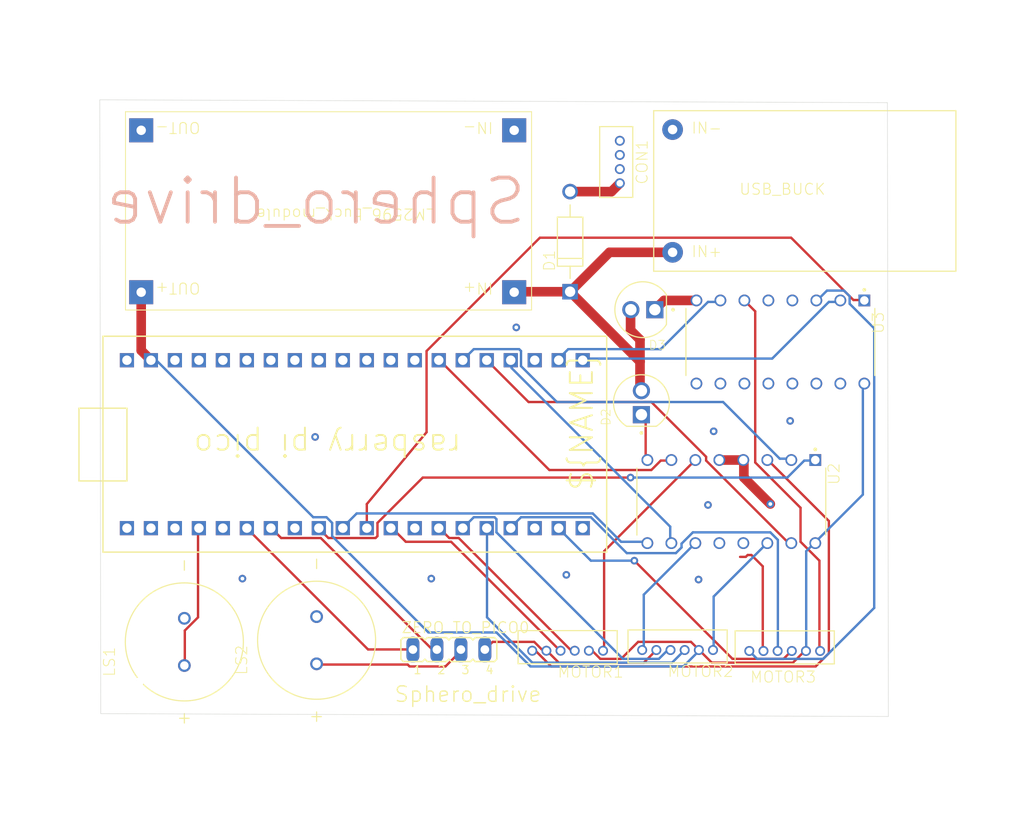
<source format=kicad_pcb>
(kicad_pcb (version 20241229) (generator "pcbnew") (generator_version "9.0")
  (layers (0 "F.Cu" signal) (2 "B.Cu" signal) (13 "F.Paste" user) (15 "B.Paste" user) (5 "F.SilkS" user "F.Silkscreen") (7 "B.SilkS" user "B.Silkscreen") (1 "F.Mask" user) (3 "B.Mask" user) (25 "Edge.Cuts" user))
  (net 0 "")
  (net 1 "BAT+")
  (net 2 "GND")
  (net 3 "5V")
  (net 4 "M11")
  (net 5 "ENCA1")
  (net 6 "ENCB1")
  (net 7 "M12")
  (net 8 "M21")
  (net 9 "ENCA2")
  (net 10 "ENCB2")
  (net 11 "M22")
  (net 12 "M31")
  (net 13 "ENCA3")
  (net 14 "ENCB3")
  (net 15 "M32")
  (net 16 "N$1")
  (net 17 "N$2")
  (net 18 "PWM1")
  (net 19 "PWM2")
  (net 20 "IN11")
  (net 21 "IN12")
  (net 22 "IN21")
  (net 23 "IN22")
  (net 24 "PWM3")
  (net 25 "IN31")
  (net 26 "IN32")
  (net 27 "N$21")
  (net 28 "BUZZ_1")
  (net 29 "BUZZ_2")
  (net 30 "UART_TX")
  (net 31 "UART_RX")
  (footprint "JP4_252" (layer "F.Cu") (at 143.7131 130.5676)
    (property "Reference" "ZERO_TO_PICO0" (at -5.08 -1.651 0) (layer "F.SilkS") (effects (font (size 1.1557 1.1557) (thickness 0.1143)) (justify left bottom)))
    (property "Value" "")
    (fp_line (start -5.08 -1.016) (end -4.826 -1.27) (stroke (width 0.1524)) (layer "F.SilkS"))
    (fp_line (start -5.08 1.016) (end -5.08 -1.016) (stroke (width 0.1524)) (layer "F.SilkS"))
    (fp_line (start -5.08 1.016) (end -4.826 1.27) (stroke (width 0.1524)) (layer "F.SilkS"))
    (fp_line (start -2.794 -1.27) (end -4.826 -1.27) (stroke (width 0.1524)) (layer "F.SilkS"))
    (fp_line (start -2.794 -1.27) (end -2.54 -1.016) (stroke (width 0.1524)) (layer "F.SilkS"))
    (fp_line (start -2.794 1.27) (end -4.826 1.27) (stroke (width 0.1524)) (layer "F.SilkS"))
    (fp_line (start -2.794 1.27) (end -2.54 1.016) (stroke (width 0.1524)) (layer "F.SilkS"))
    (fp_line (start -2.54 -1.016) (end -2.286 -1.27) (stroke (width 0.1524)) (layer "F.SilkS"))
    (fp_line (start -2.54 1.016) (end -2.286 1.27) (stroke (width 0.1524)) (layer "F.SilkS"))
    (fp_line (start -0.254 -1.27) (end -2.286 -1.27) (stroke (width 0.1524)) (layer "F.SilkS"))
    (fp_line (start -0.254 -1.27) (end 0 -1.016) (stroke (width 0.1524)) (layer "F.SilkS"))
    (fp_line (start -0.254 1.27) (end -2.286 1.27) (stroke (width 0.1524)) (layer "F.SilkS"))
    (fp_line (start -0.254 1.27) (end 0 1.016) (stroke (width 0.1524)) (layer "F.SilkS"))
    (fp_line (start 0 -1.016) (end 0.254 -1.27) (stroke (width 0.1524)) (layer "F.SilkS"))
    (fp_line (start 0 1.016) (end 0.254 1.27) (stroke (width 0.1524)) (layer "F.SilkS"))
    (fp_line (start 2.286 -1.27) (end 0.254 -1.27) (stroke (width 0.1524)) (layer "F.SilkS"))
    (fp_line (start 2.286 -1.27) (end 2.54 -1.016) (stroke (width 0.1524)) (layer "F.SilkS"))
    (fp_line (start 2.286 1.27) (end 0.254 1.27) (stroke (width 0.1524)) (layer "F.SilkS"))
    (fp_line (start 2.286 1.27) (end 2.54 1.016) (stroke (width 0.1524)) (layer "F.SilkS"))
    (fp_line (start 2.54 -1.016) (end 2.794 -1.27) (stroke (width 0.1524)) (layer "F.SilkS"))
    (fp_line (start 2.54 1.016) (end 2.794 1.27) (stroke (width 0.1524)) (layer "F.SilkS"))
    (fp_line (start 4.826 -1.27) (end 2.794 -1.27) (stroke (width 0.1524)) (layer "F.SilkS"))
    (fp_line (start 4.826 -1.27) (end 5.08 -1.016) (stroke (width 0.1524)) (layer "F.SilkS"))
    (fp_line (start 4.826 1.27) (end 2.794 1.27) (stroke (width 0.1524)) (layer "F.SilkS"))
    (fp_line (start 4.826 1.27) (end 5.08 1.016) (stroke (width 0.1524)) (layer "F.SilkS"))
    (fp_line (start 5.08 -1.016) (end 5.08 1.016) (stroke (width 0.1524)) (layer "F.SilkS"))
    (fp_text user "4" (at 3.81 2.667 0) (layer "F.SilkS") (effects (font (size 0.871728 0.871728) (thickness 0.118872)) (justify left bottom)))
    (fp_text user "2" (at -1.27 2.667 0) (layer "F.SilkS") (effects (font (size 0.871728 0.871728) (thickness 0.118872)) (justify left bottom)))
    (fp_text user "1" (at -3.81 2.667 0) (layer "F.SilkS") (effects (font (size 0.871728 0.871728) (thickness 0.118872)) (justify left bottom)))
    (fp_text user "3" (at 1.27 2.667 0) (layer "F.SilkS") (effects (font (size 0.871728 0.871728) (thickness 0.118872)) (justify left bottom)))
    (pad "1" thru_hole oval (at -3.81 0 90) (size 2.7432 1.3716) (drill 0.9144) (layers "*.Cu" "*.Mask") (net 30 "UART_TX"))
    (pad "2" thru_hole oval (at -1.27 0 90) (size 2.7432 1.3716) (drill 0.9144) (layers "*.Cu" "*.Mask") (net 31 "UART_RX"))
    (pad "3" thru_hole oval (at 1.27 0 90) (size 2.7432 1.3716) (drill 0.9144) (layers "*.Cu" "*.Mask") (net 29 "BUZZ_2"))
    (pad "4" thru_hole oval (at 3.81 0 90) (size 2.7432 1.3716) (drill 0.9144) (layers "*.Cu" "*.Mask") (net 2 "GND"))
  )
  (footprint "dummyfp2" (layer "F.Cu") (at 186.5511 134.5536)
    (property "Reference" "UNK_HOLE_2" (hide yes))
    (property "Value" "")
    (pad "" np_thru_hole circle (at 0 0) (size 1 1) (drill 1) (layers "*.Cu" "*.Mask"))
  )
  (footprint "DIP880W50P254L2000H510Q16" (layer "F.Cu") (at 173.6231 114.8966 -90)
    (property "Reference" "U2" (at -4.175 -10.177 90) (layer "F.SilkS") (effects (font (size 1.176528 1.176528) (thickness 0.093472)) (justify right top)))
    (property "Value" "L293D")
    (fp_line (start -3.55 10) (end 3.55 10) (stroke (width 0.127)) (layer "F.SilkS"))
    (fp_line (start -3.55 -10) (end 3.55 -10) (stroke (width 0.127)) (layer "F.SilkS"))
    (fp_circle (center -5.525 -8.89) (end -5.425 -8.89) (stroke (width 0.2)) (fill no) (layer "F.SilkS"))
    (pad "1" thru_hole rect (at -4.4 -8.89 270) (size 1.25 1.25) (drill 0.9) (layers "*.Cu" "*.Mask") (net 18 "PWM1"))
    (pad "2" thru_hole circle (at -4.4 -6.35 270) (size 1.25 1.25) (drill 0.9) (layers "*.Cu" "*.Mask") (net 20 "IN11"))
    (pad "3" thru_hole circle (at -4.4 -3.81 270) (size 1.25 1.25) (drill 0.9) (layers "*.Cu" "*.Mask") (net 4 "M11"))
    (pad "4" thru_hole circle (at -4.4 -1.27 270) (size 1.25 1.25) (drill 0.9) (layers "*.Cu" "*.Mask") (net 2 "GND"))
    (pad "5" thru_hole circle (at -4.4 1.27 270) (size 1.25 1.25) (drill 0.9) (layers "*.Cu" "*.Mask") (net 2 "GND"))
    (pad "6" thru_hole circle (at -4.4 3.81 270) (size 1.25 1.25) (drill 0.9) (layers "*.Cu" "*.Mask") (net 7 "M12"))
    (pad "7" thru_hole circle (at -4.4 6.35 270) (size 1.25 1.25) (drill 0.9) (layers "*.Cu" "*.Mask") (net 21 "IN12"))
    (pad "8" thru_hole circle (at -4.4 8.89 270) (size 1.25 1.25) (drill 0.9) (layers "*.Cu" "*.Mask") (net 17 "N$2"))
    (pad "9" thru_hole circle (at 4.4 8.89 270) (size 1.25 1.25) (drill 0.9) (layers "*.Cu" "*.Mask") (net 19 "PWM2"))
    (pad "10" thru_hole circle (at 4.4 6.35 270) (size 1.25 1.25) (drill 0.9) (layers "*.Cu" "*.Mask") (net 22 "IN21"))
    (pad "11" thru_hole circle (at 4.4 3.81 270) (size 1.25 1.25) (drill 0.9) (layers "*.Cu" "*.Mask") (net 8 "M21"))
    (pad "12" thru_hole circle (at 4.4 1.27 270) (size 1.25 1.25) (drill 0.9) (layers "*.Cu" "*.Mask") (net 2 "GND"))
    (pad "13" thru_hole circle (at 4.4 -1.27 270) (size 1.25 1.25) (drill 0.9) (layers "*.Cu" "*.Mask") (net 2 "GND"))
    (pad "14" thru_hole circle (at 4.4 -3.81 270) (size 1.25 1.25) (drill 0.9) (layers "*.Cu" "*.Mask") (net 11 "M22"))
    (pad "15" thru_hole circle (at 4.4 -6.35 270) (size 1.25 1.25) (drill 0.9) (layers "*.Cu" "*.Mask") (net 23 "IN22"))
    (pad "16" thru_hole circle (at 4.4 -8.89 270) (size 1.25 1.25) (drill 0.9) (layers "*.Cu" "*.Mask") (net 3 "5V"))
  )
  (footprint "B4B-ZR" (layer "F.Cu") (at 163.1141 75.1906 -90)
    (property "Reference" "CON1" (at 1.32 -0.37 90) (layer "F.SilkS") (effects (font (size 1.176528 1.176528) (thickness 0.093472)) (justify right top)))
    (property "Value" "B4B-ZR")
    (fp_line (start 0 3.43) (end 0 -0.07) (stroke (width 0.127)) (layer "F.SilkS"))
    (fp_line (start 7.5 3.43) (end 0 3.43) (stroke (width 0.127)) (layer "F.SilkS"))
    (fp_line (start 0 -0.07) (end 7.5 -0.07) (stroke (width 0.127)) (layer "F.SilkS"))
    (fp_line (start 7.5 -0.07) (end 7.5 3.43) (stroke (width 0.127)) (layer "F.SilkS"))
    (pad "1" thru_hole circle (at 6 1.3 270) (size 1.05 1.05) (drill 0.7) (layers "*.Cu" "*.Mask") (net 16 "N$1"))
    (pad "2" thru_hole circle (at 4.5 1.3 270) (size 1.05 1.05) (drill 0.7) (layers "*.Cu" "*.Mask"))
    (pad "3" thru_hole circle (at 3 1.3 270) (size 1.05 1.05) (drill 0.7) (layers "*.Cu" "*.Mask"))
    (pad "4" thru_hole circle (at 1.5 1.3 270) (size 1.05 1.05) (drill 0.7) (layers "*.Cu" "*.Mask") (net 2 "GND"))
  )
  (footprint "USB_BUCK" (layer "F.Cu") (at 165.4031 90.5046)
    (property "Reference" "U$1" (hide yes))
    (property "Value" "USB_BUCK" (hide yes))
    (fp_line (start 0 -17) (end 32 -17) (stroke (width 0.127)) (layer "F.SilkS"))
    (fp_line (start 0 0) (end 0 -17) (stroke (width 0.127)) (layer "F.SilkS"))
    (fp_line (start 32 -17) (end 32 0) (stroke (width 0.127)) (layer "F.SilkS"))
    (fp_line (start 32 0) (end 0 0) (stroke (width 0.127)) (layer "F.SilkS"))
    (fp_text user "USB_BUCK" (at 9 -8 0) (layer "F.SilkS") (effects (font (size 1.1684 1.1684) (thickness 0.1016)) (justify left bottom)))
    (fp_text user "IN+" (at 3.937 -1.397 0) (layer "F.SilkS") (effects (font (size 1.1684 1.1684) (thickness 0.1016)) (justify left bottom)))
    (fp_text user "IN-" (at 3.937 -14.478 0) (layer "F.SilkS") (effects (font (size 1.1684 1.1684) (thickness 0.1016)) (justify left bottom)))
    (pad "IN+" thru_hole circle (at 2 -2) (size 2.1844 2.1844) (drill 1) (layers "*.Cu" "*.Mask") (net 1 "BAT+"))
    (pad "IN-" thru_hole circle (at 2 -15) (size 2.1844 2.1844) (drill 1) (layers "*.Cu" "*.Mask") (net 2 "GND"))
  )
  (footprint "LEDRD254W57D500H1070" (layer "F.Cu") (at 164.2521 94.5756 180)
    (property "Reference" "D3" (at -2.5 -3.2 0) (layer "F.SilkS") (effects (font (size 0.941222 0.941222) (thickness 0.074778)) (justify right top)))
    (property "Value" "L08R5000Q1")
    (fp_line (start -2.5 -1.566) (end -2.5 1.566) (stroke (width 0.127)) (layer "F.SilkS"))
    (fp_arc (start -2.5 -1.566) (mid 2.961289 0) (end -2.5 1.565999) (stroke (width 0.127)) (layer "F.SilkS"))
    (fp_circle (center -3.2 0) (end -3.1 0) (stroke (width 0.2)) (fill no) (layer "F.SilkS"))
    (pad "A" thru_hole circle (at 1.27 0 180) (size 1.815 1.815) (drill 1.21) (layers "*.Cu" "*.Mask") (net 1 "BAT+"))
    (pad "C" thru_hole rect (at -1.27 0 180) (size 1.815 1.815) (drill 1.21) (layers "*.Cu" "*.Mask") (net 27 "N$21"))
  )
  (footprint "dummyfp3" (layer "F.Cu") (at 110.8511 134.0536)
    (property "Reference" "UNK_HOLE_3" (hide yes))
    (property "Value" "")
    (pad "" np_thru_hole circle (at 0 0) (size 1 1) (drill 1) (layers "*.Cu" "*.Mask"))
  )
  (footprint "dummyfp1" (layer "F.Cu") (at 133.2511 106.4536)
    (property "Reference" "UNK_HOLE_1" (hide yes))
    (property "Value" "")
    (pad "" np_thru_hole circle (at 0 0) (size 1 1) (drill 1) (layers "*.Cu" "*.Mask"))
  )
  (footprint "B6B-ZR" (layer "F.Cu") (at 161.5391 131.9896 180)
    (property "Reference" "MOTOR1" (at -0.75 -0.27 0) (layer "F.SilkS") (effects (font (size 1.176528 1.176528) (thickness 0.093472)) (justify right top)))
    (property "Value" "B6B-ZR")
    (fp_line (start 10.5 3.43) (end 0 3.43) (stroke (width 0.127)) (layer "F.SilkS"))
    (fp_line (start 10.5 -0.07) (end 10.5 3.43) (stroke (width 0.127)) (layer "F.SilkS"))
    (fp_line (start 0 3.43) (end 0 -0.07) (stroke (width 0.127)) (layer "F.SilkS"))
    (fp_line (start 0 -0.07) (end 10.5 -0.07) (stroke (width 0.127)) (layer "F.SilkS"))
    (pad "1" thru_hole circle (at 9 1.3 180) (size 1.05 1.05) (drill 0.7) (layers "*.Cu" "*.Mask") (net 4 "M11"))
    (pad "2" thru_hole circle (at 7.5 1.3 180) (size 1.05 1.05) (drill 0.7) (layers "*.Cu" "*.Mask") (net 2 "GND"))
    (pad "3" thru_hole circle (at 6 1.3 180) (size 1.05 1.05) (drill 0.7) (layers "*.Cu" "*.Mask") (net 5 "ENCA1"))
    (pad "4" thru_hole circle (at 4.5 1.3 180) (size 1.05 1.05) (drill 0.7) (layers "*.Cu" "*.Mask") (net 6 "ENCB1"))
    (pad "5" thru_hole circle (at 3 1.3 180) (size 1.05 1.05) (drill 0.7) (layers "*.Cu" "*.Mask") (net 3 "5V"))
    (pad "6" thru_hole circle (at 1.5 1.3 180) (size 1.05 1.05) (drill 0.7) (layers "*.Cu" "*.Mask") (net 7 "M12"))
  )
  (footprint "XDCR_KPEG158-KS" (layer "F.Cu") (at 115.7031 129.7566 90)
    (property "Reference" "LS1" (at -3.76 -7.25 90) (layer "F.SilkS") (effects (font (size 1.176528 1.176528) (thickness 0.093472)) (justify left bottom)))
    (property "Value" "KPEG158-KS")
    (fp_line (start -8.09 -0.5) (end -8.09 0.5) (stroke (width 0.127)) (layer "F.SilkS"))
    (fp_line (start 7.59 0) (end 8.59 0) (stroke (width 0.127)) (layer "F.SilkS"))
    (fp_line (start -8.59 0) (end -7.59 0) (stroke (width 0.127)) (layer "F.SilkS"))
    (fp_circle (center 0 0) (end 6.25 0) (stroke (width 0.127)) (fill no) (layer "F.SilkS"))
    (pad "N" thru_hole circle (at 2.5 0 90) (size 1.35 1.35) (drill 0.9) (layers "*.Cu" "*.Mask") (net 2 "GND"))
    (pad "P" thru_hole circle (at -2.5 0 90) (size 1.35 1.35) (drill 0.9) (layers "*.Cu" "*.Mask") (net 28 "BUZZ_1"))
  )
  (footprint "dummyfp0" (layer "F.Cu") (at 114.6511 106.6536)
    (property "Reference" "UNK_HOLE_0" (hide yes))
    (property "Value" "")
    (pad "" np_thru_hole circle (at 0 0) (size 1 1) (drill 1) (layers "*.Cu" "*.Mask"))
  )
  (footprint "LM2596_MODULE" (layer "F.Cu") (at 152.4711 73.6136 180)
    (property "Reference" "U$3" (hide yes))
    (property "Value" "LM2596_BUCK_MODULE" (hide yes))
    (fp_line (start 43 0) (end 0 0) (stroke (width 0.1)) (layer "F.SilkS"))
    (fp_line (start 43 -21) (end 43 0) (stroke (width 0.1)) (layer "F.SilkS"))
    (fp_line (start 0 0) (end 0 -21) (stroke (width 0.1)) (layer "F.SilkS"))
    (fp_line (start 0 -21) (end 43 -21) (stroke (width 0.1)) (layer "F.SilkS"))
    (fp_text user "OUT+" (at 35 -18 180) (layer "F.SilkS") (effects (font (size 1.1684 1.1684) (thickness 0.1016)) (justify left bottom)))
    (fp_text user "IN+" (at 4 -18 180) (layer "F.SilkS") (effects (font (size 1.1684 1.1684) (thickness 0.1016)) (justify left bottom)))
    (fp_text user "IN-" (at 4 -1 180) (layer "F.SilkS") (effects (font (size 1.1684 1.1684) (thickness 0.1016)) (justify left bottom)))
    (fp_text user "OUT-" (at 35 -1 180) (layer "F.SilkS") (effects (font (size 1.1684 1.1684) (thickness 0.1016)) (justify left bottom)))
    (fp_text user "LM2596_buck_module" (at 10.16 -10.16 180) (layer "F.SilkS") (effects (font (size 1.1684 1.1684) (thickness 0.1016)) (justify left bottom)))
    (pad "IN+" thru_hole rect (at 1.8415 -19.1135 180) (size 2.54 2.54) (drill 1) (layers "*.Cu" "*.Mask") (net 1 "BAT+"))
    (pad "IN-" thru_hole rect (at 1.8415 -1.9685 180) (size 2.54 2.54) (drill 1) (layers "*.Cu" "*.Mask") (net 2 "GND"))
    (pad "OUT+" thru_hole rect (at 41.3385 -19.1135 180) (size 2.54 2.54) (drill 1) (layers "*.Cu" "*.Mask") (net 3 "5V"))
    (pad "OUT-" thru_hole rect (at 41.3385 -1.9685 180) (size 2.54 2.54) (drill 1) (layers "*.Cu" "*.Mask") (net 2 "GND"))
  )
  (footprint "B6B-ZR" (layer "F.Cu") (at 184.5251 132.0166 180)
    (property "Reference" "MOTOR3" (at 1.85 -0.77 0) (layer "F.SilkS") (effects (font (size 1.176528 1.176528) (thickness 0.093472)) (justify right top)))
    (property "Value" "B6B-ZR")
    (fp_line (start 10.5 3.43) (end 0 3.43) (stroke (width 0.127)) (layer "F.SilkS"))
    (fp_line (start 10.5 -0.07) (end 10.5 3.43) (stroke (width 0.127)) (layer "F.SilkS"))
    (fp_line (start 0 3.43) (end 0 -0.07) (stroke (width 0.127)) (layer "F.SilkS"))
    (fp_line (start 0 -0.07) (end 10.5 -0.07) (stroke (width 0.127)) (layer "F.SilkS"))
    (pad "1" thru_hole circle (at 9 1.3 180) (size 1.05 1.05) (drill 0.7) (layers "*.Cu" "*.Mask") (net 12 "M31"))
    (pad "2" thru_hole circle (at 7.5 1.3 180) (size 1.05 1.05) (drill 0.7) (layers "*.Cu" "*.Mask") (net 2 "GND"))
    (pad "3" thru_hole circle (at 6 1.3 180) (size 1.05 1.05) (drill 0.7) (layers "*.Cu" "*.Mask") (net 13 "ENCA3"))
    (pad "4" thru_hole circle (at 4.5 1.3 180) (size 1.05 1.05) (drill 0.7) (layers "*.Cu" "*.Mask") (net 14 "ENCB3"))
    (pad "5" thru_hole circle (at 3 1.3 180) (size 1.05 1.05) (drill 0.7) (layers "*.Cu" "*.Mask") (net 3 "5V"))
    (pad "6" thru_hole circle (at 1.5 1.3 180) (size 1.05 1.05) (drill 0.7) (layers "*.Cu" "*.Mask") (net 15 "M32"))
  )
  (footprint "LEDRD254W57D500H1070" (layer "F.Cu") (at 164.1011 104.4256 90)
    (property "Reference" "D2" (at -2.5 -3.2 90) (layer "F.SilkS") (effects (font (size 0.941222 0.941222) (thickness 0.074778)) (justify left bottom)))
    (property "Value" "L08R5000Q1")
    (fp_line (start -2.5 -1.566) (end -2.5 1.566) (stroke (width 0.127)) (layer "F.SilkS"))
    (fp_arc (start -2.5 -1.566) (mid 2.961289 0) (end -2.5 1.565999) (stroke (width 0.127)) (layer "F.SilkS"))
    (fp_circle (center -3.2 0) (end -3.1 0) (stroke (width 0.2)) (fill no) (layer "F.SilkS"))
    (pad "A" thru_hole circle (at 1.27 0 90) (size 1.815 1.815) (drill 1.21) (layers "*.Cu" "*.Mask") (net 1 "BAT+"))
    (pad "C" thru_hole rect (at -1.27 0 90) (size 1.815 1.815) (drill 1.21) (layers "*.Cu" "*.Mask") (net 17 "N$2"))
  )
  (footprint "DIOAD1060W80L520D270" (layer "F.Cu") (at 156.5511 87.3736 90)
    (property "Reference" "D1" (at -3.2182 -1.502141 90) (layer "F.SilkS") (effects (font (size 1.176528 1.176528) (thickness 0.093472)) (justify left bottom)))
    (property "Value" "1N4007")
    (fp_line (start 2.6 -1.35) (end -1.775 -1.35) (stroke (width 0.127)) (layer "F.SilkS"))
    (fp_line (start -1.775 -1.35) (end -2.6 -1.35) (stroke (width 0.127)) (layer "F.SilkS"))
    (fp_line (start -2.6 -1.35) (end -2.6 0) (stroke (width 0.127)) (layer "F.SilkS"))
    (fp_line (start 2.6 0) (end 2.6 -1.35) (stroke (width 0.127)) (layer "F.SilkS"))
    (fp_line (start 2.6 0) (end 3.9 0) (stroke (width 0.127)) (layer "F.SilkS"))
    (fp_line (start -2.6 0) (end -3.9 0) (stroke (width 0.127)) (layer "F.SilkS"))
    (fp_line (start -2.6 0) (end -2.6 1.35) (stroke (width 0.127)) (layer "F.SilkS"))
    (fp_line (start 2.6 1.35) (end 2.6 0) (stroke (width 0.127)) (layer "F.SilkS"))
    (fp_line (start -1.775 1.35) (end -1.775 -1.35) (stroke (width 0.127)) (layer "F.SilkS"))
    (fp_line (start -1.775 1.35) (end 2.6 1.35) (stroke (width 0.127)) (layer "F.SilkS"))
    (fp_line (start -2.6 1.35) (end -1.775 1.35) (stroke (width 0.127)) (layer "F.SilkS"))
    (pad "A" thru_hole circle (at 5.3 0 270) (size 1.65 1.65) (drill 1.1) (layers "*.Cu" "*.Mask") (net 16 "N$1"))
    (pad "C" thru_hole rect (at -5.3 0 270) (size 1.65 1.65) (drill 1.1) (layers "*.Cu" "*.Mask") (net 1 "BAT+"))
  )
  (footprint "B6B-ZR" (layer "F.Cu") (at 173.1821 131.9166 180)
    (property "Reference" "MOTOR2" (at -0.75 -0.27 0) (layer "F.SilkS") (effects (font (size 1.176528 1.176528) (thickness 0.093472)) (justify right top)))
    (property "Value" "B6B-ZR")
    (fp_line (start 10.5 3.43) (end 0 3.43) (stroke (width 0.127)) (layer "F.SilkS"))
    (fp_line (start 10.5 -0.07) (end 10.5 3.43) (stroke (width 0.127)) (layer "F.SilkS"))
    (fp_line (start 0 3.43) (end 0 -0.07) (stroke (width 0.127)) (layer "F.SilkS"))
    (fp_line (start 0 -0.07) (end 10.5 -0.07) (stroke (width 0.127)) (layer "F.SilkS"))
    (pad "1" thru_hole circle (at 9 1.3 180) (size 1.05 1.05) (drill 0.7) (layers "*.Cu" "*.Mask") (net 8 "M21"))
    (pad "2" thru_hole circle (at 7.5 1.3 180) (size 1.05 1.05) (drill 0.7) (layers "*.Cu" "*.Mask") (net 2 "GND"))
    (pad "3" thru_hole circle (at 6 1.3 180) (size 1.05 1.05) (drill 0.7) (layers "*.Cu" "*.Mask") (net 9 "ENCA2"))
    (pad "4" thru_hole circle (at 4.5 1.3 180) (size 1.05 1.05) (drill 0.7) (layers "*.Cu" "*.Mask") (net 10 "ENCB2"))
    (pad "5" thru_hole circle (at 3 1.3 180) (size 1.05 1.05) (drill 0.7) (layers "*.Cu" "*.Mask") (net 3 "5V"))
    (pad "6" thru_hole circle (at 1.5 1.3 180) (size 1.05 1.05) (drill 0.7) (layers "*.Cu" "*.Mask") (net 11 "M22"))
  )
  (footprint "RASPBERRY_PI_PICO" (layer "F.Cu") (at 132.4831 108.8176 90)
    (property "Reference" "U1" (hide yes))
    (property "Value" "RASPBERRY_PI_PICO" (hide yes))
    (fp_line (start 3.81 -27.94) (end -3.893309 -27.94) (stroke (width 0.1524)) (layer "F.SilkS"))
    (fp_line (start -3.893309 -27.94) (end -3.893309 -22.86) (stroke (width 0.1524)) (layer "F.SilkS"))
    (fp_line (start 11.43 -25.4) (end -11.43 -25.4) (stroke (width 0.1524)) (layer "F.SilkS"))
    (fp_line (start -11.43 -25.4) (end -11.43 27.94) (stroke (width 0.1524)) (layer "F.SilkS"))
    (fp_line (start 3.81 -22.86) (end 3.81 -27.94) (stroke (width 0.1524)) (layer "F.SilkS"))
    (fp_line (start -3.893309 -22.86) (end 3.81 -22.86) (stroke (width 0.1524)) (layer "F.SilkS"))
    (fp_line (start 11.43 27.94) (end 11.43 -25.4) (stroke (width 0.1524)) (layer "F.SilkS"))
    (fp_line (start -11.43 27.94) (end 11.43 27.94) (stroke (width 0.1524)) (layer "F.SilkS"))
    (fp_text user "${NAME}" (at -5.08 26.67 90) (layer "F.SilkS") (effects (font (size 2.3368 2.3368) (thickness 0.2032)) (justify left bottom)))
    (fp_text user "rasberry pi pico" (at 1.27 12.7 180) (layer "F.SilkS") (effects (font (size 2.3368 2.3368) (thickness 0.2032)) (justify left bottom)))
    (pad "3V3" thru_hole rect (at 8.89 -12.7 90) (size 1.5 1.5) (drill 1) (layers "*.Cu" "*.Mask"))
    (pad "3V3_EN" thru_hole rect (at 8.89 -15.24 90) (size 1.5 1.5) (drill 1) (layers "*.Cu" "*.Mask"))
    (pad "ADC_VREF" thru_hole rect (at 8.89 -10.16 90) (size 1.5 1.5) (drill 1) (layers "*.Cu" "*.Mask"))
    (pad "AGND" thru_hole rect (at 8.89 -5.08 90) (size 1.5 1.5) (drill 1) (layers "*.Cu" "*.Mask"))
    (pad "GND" thru_hole rect (at 8.89 -17.78 90) (size 1.5 1.5) (drill 1) (layers "*.Cu" "*.Mask") (net 2 "GND"))
    (pad "GND2" thru_hole rect (at 8.89 7.62 90) (size 1.5 1.5) (drill 1) (layers "*.Cu" "*.Mask") (net 2 "GND"))
    (pad "GND3" thru_hole rect (at 8.89 20.32 90) (size 1.5 1.5) (drill 1) (layers "*.Cu" "*.Mask") (net 2 "GND"))
    (pad "GND4" thru_hole rect (at -8.89 -17.78 90) (size 1.5 1.5) (drill 1) (layers "*.Cu" "*.Mask") (net 2 "GND"))
    (pad "GND5" thru_hole rect (at -8.89 -5.08 90) (size 1.5 1.5) (drill 1) (layers "*.Cu" "*.Mask") (net 2 "GND"))
    (pad "GND6" thru_hole rect (at -8.89 7.62 90) (size 1.5 1.5) (drill 1) (layers "*.Cu" "*.Mask") (net 2 "GND"))
    (pad "GND7" thru_hole rect (at -8.89 20.32 90) (size 1.5 1.5) (drill 1) (layers "*.Cu" "*.Mask") (net 2 "GND"))
    (pad "GP0" thru_hole rect (at -8.89 -22.86 90) (size 1.5 1.5) (drill 1) (layers "*.Cu" "*.Mask"))
    (pad "GP1" thru_hole rect (at -8.89 -20.32 90) (size 1.5 1.5) (drill 1) (layers "*.Cu" "*.Mask"))
    (pad "GP2" thru_hole rect (at -8.89 -15.24 90) (size 1.5 1.5) (drill 1) (layers "*.Cu" "*.Mask") (net 28 "BUZZ_1"))
    (pad "GP3" thru_hole rect (at -8.89 -12.7 90) (size 1.5 1.5) (drill 1) (layers "*.Cu" "*.Mask"))
    (pad "GP4" thru_hole rect (at -8.89 -10.16 90) (size 1.5 1.5) (drill 1) (layers "*.Cu" "*.Mask") (net 30 "UART_TX"))
    (pad "GP5" thru_hole rect (at -8.89 -7.62 90) (size 1.5 1.5) (drill 1) (layers "*.Cu" "*.Mask") (net 31 "UART_RX"))
    (pad "GP6" thru_hole rect (at -8.89 -2.54 90) (size 1.5 1.5) (drill 1) (layers "*.Cu" "*.Mask") (net 18 "PWM1"))
    (pad "GP7" thru_hole rect (at -8.89 0 90) (size 1.5 1.5) (drill 1) (layers "*.Cu" "*.Mask") (net 19 "PWM2"))
    (pad "GP8" thru_hole rect (at -8.89 2.54 90) (size 1.5 1.5) (drill 1) (layers "*.Cu" "*.Mask") (net 24 "PWM3"))
    (pad "GP9" thru_hole rect (at -8.89 5.08 90) (size 1.5 1.5) (drill 1) (layers "*.Cu" "*.Mask") (net 5 "ENCA1"))
    (pad "GP10" thru_hole rect (at -8.89 10.16 90) (size 1.5 1.5) (drill 1) (layers "*.Cu" "*.Mask") (net 6 "ENCB1"))
    (pad "GP11" thru_hole rect (at -8.89 12.7 90) (size 1.5 1.5) (drill 1) (layers "*.Cu" "*.Mask") (net 9 "ENCA2"))
    (pad "GP12" thru_hole rect (at -8.89 15.24 90) (size 1.5 1.5) (drill 1) (layers "*.Cu" "*.Mask") (net 10 "ENCB2"))
    (pad "GP13" thru_hole rect (at -8.89 17.78 90) (size 1.5 1.5) (drill 1) (layers "*.Cu" "*.Mask") (net 13 "ENCA3"))
    (pad "GP14" thru_hole rect (at -8.89 22.86 90) (size 1.5 1.5) (drill 1) (layers "*.Cu" "*.Mask") (net 14 "ENCB3"))
    (pad "GP15" thru_hole rect (at -8.89 25.4 90) (size 1.5 1.5) (drill 1) (layers "*.Cu" "*.Mask"))
    (pad "GP16" thru_hole rect (at 8.89 25.4 90) (size 1.5 1.5) (drill 1) (layers "*.Cu" "*.Mask") (net 25 "IN31"))
    (pad "GP17" thru_hole rect (at 8.89 22.86 90) (size 1.5 1.5) (drill 1) (layers "*.Cu" "*.Mask") (net 26 "IN32"))
    (pad "GP18" thru_hole rect (at 8.89 17.78 90) (size 1.5 1.5) (drill 1) (layers "*.Cu" "*.Mask") (net 22 "IN21"))
    (pad "GP19" thru_hole rect (at 8.89 15.24 90) (size 1.5 1.5) (drill 1) (layers "*.Cu" "*.Mask") (net 23 "IN22"))
    (pad "GP20" thru_hole rect (at 8.89 12.7 90) (size 1.5 1.5) (drill 1) (layers "*.Cu" "*.Mask") (net 20 "IN11"))
    (pad "GP21" thru_hole rect (at 8.89 10.16 90) (size 1.5 1.5) (drill 1) (layers "*.Cu" "*.Mask") (net 21 "IN12"))
    (pad "GP22" thru_hole rect (at 8.89 5.08 90) (size 1.5 1.5) (drill 1) (layers "*.Cu" "*.Mask"))
    (pad "GP26_A0" thru_hole rect (at 8.89 0 90) (size 1.5 1.5) (drill 1) (layers "*.Cu" "*.Mask"))
    (pad "GP27_A1" thru_hole rect (at 8.89 -2.54 90) (size 1.5 1.5) (drill 1) (layers "*.Cu" "*.Mask"))
    (pad "GP28_A2" thru_hole rect (at 8.89 -7.62 90) (size 1.5 1.5) (drill 1) (layers "*.Cu" "*.Mask"))
    (pad "RUN" thru_hole rect (at 8.89 2.54 90) (size 1.5 1.5) (drill 1) (layers "*.Cu" "*.Mask"))
    (pad "VBUS" thru_hole rect (at 8.89 -22.86 90) (size 1.5 1.5) (drill 1) (layers "*.Cu" "*.Mask"))
    (pad "VSYS" thru_hole rect (at 8.89 -20.32 90) (size 1.5 1.5) (drill 1) (layers "*.Cu" "*.Mask") (net 3 "5V"))
  )
  (footprint "XDCR_KPEG158-KS" (layer "F.Cu") (at 129.7051 129.5786 90)
    (property "Reference" "LS2" (at -3.76 -7.25 90) (layer "F.SilkS") (effects (font (size 1.176528 1.176528) (thickness 0.093472)) (justify left bottom)))
    (property "Value" "KPEG158-KS")
    (fp_line (start -8.09 -0.5) (end -8.09 0.5) (stroke (width 0.127)) (layer "F.SilkS"))
    (fp_line (start 7.59 0) (end 8.59 0) (stroke (width 0.127)) (layer "F.SilkS"))
    (fp_line (start -8.59 0) (end -7.59 0) (stroke (width 0.127)) (layer "F.SilkS"))
    (fp_circle (center 0 0) (end 6.25 0) (stroke (width 0.127)) (fill no) (layer "F.SilkS"))
    (pad "N" thru_hole circle (at 2.5 0 90) (size 1.35 1.35) (drill 0.9) (layers "*.Cu" "*.Mask") (net 2 "GND"))
    (pad "P" thru_hole circle (at -2.5 0 90) (size 1.35 1.35) (drill 0.9) (layers "*.Cu" "*.Mask") (net 29 "BUZZ_2"))
  )
  (footprint "DIP880W50P254L2000H510Q16" (layer "F.Cu") (at 178.8161 97.9976 -90)
    (property "Reference" "U3" (at -3.275 -9.677 90) (layer "F.SilkS") (effects (font (size 1.176528 1.176528) (thickness 0.093472)) (justify right top)))
    (property "Value" "L293D")
    (fp_line (start -3.55 10) (end 3.55 10) (stroke (width 0.127)) (layer "F.SilkS"))
    (fp_line (start -3.55 -10) (end 3.55 -10) (stroke (width 0.127)) (layer "F.SilkS"))
    (fp_circle (center -5.525 -8.89) (end -5.425 -8.89) (stroke (width 0.2)) (fill no) (layer "F.SilkS"))
    (pad "1" thru_hole rect (at -4.4 -8.89 270) (size 1.25 1.25) (drill 0.9) (layers "*.Cu" "*.Mask") (net 24 "PWM3"))
    (pad "2" thru_hole circle (at -4.4 -6.35 270) (size 1.25 1.25) (drill 0.9) (layers "*.Cu" "*.Mask") (net 25 "IN31"))
    (pad "3" thru_hole circle (at -4.4 -3.81 270) (size 1.25 1.25) (drill 0.9) (layers "*.Cu" "*.Mask") (net 12 "M31"))
    (pad "4" thru_hole circle (at -4.4 -1.27 270) (size 1.25 1.25) (drill 0.9) (layers "*.Cu" "*.Mask") (net 2 "GND"))
    (pad "5" thru_hole circle (at -4.4 1.27 270) (size 1.25 1.25) (drill 0.9) (layers "*.Cu" "*.Mask") (net 2 "GND"))
    (pad "6" thru_hole circle (at -4.4 3.81 270) (size 1.25 1.25) (drill 0.9) (layers "*.Cu" "*.Mask") (net 15 "M32"))
    (pad "7" thru_hole circle (at -4.4 6.35 270) (size 1.25 1.25) (drill 0.9) (layers "*.Cu" "*.Mask") (net 26 "IN32"))
    (pad "8" thru_hole circle (at -4.4 8.89 270) (size 1.25 1.25) (drill 0.9) (layers "*.Cu" "*.Mask") (net 27 "N$21"))
    (pad "9" thru_hole circle (at 4.4 8.89 270) (size 1.25 1.25) (drill 0.9) (layers "*.Cu" "*.Mask"))
    (pad "10" thru_hole circle (at 4.4 6.35 270) (size 1.25 1.25) (drill 0.9) (layers "*.Cu" "*.Mask"))
    (pad "11" thru_hole circle (at 4.4 3.81 270) (size 1.25 1.25) (drill 0.9) (layers "*.Cu" "*.Mask"))
    (pad "12" thru_hole circle (at 4.4 1.27 270) (size 1.25 1.25) (drill 0.9) (layers "*.Cu" "*.Mask") (net 2 "GND"))
    (pad "13" thru_hole circle (at 4.4 -1.27 270) (size 1.25 1.25) (drill 0.9) (layers "*.Cu" "*.Mask") (net 2 "GND"))
    (pad "14" thru_hole circle (at 4.4 -3.81 270) (size 1.25 1.25) (drill 0.9) (layers "*.Cu" "*.Mask"))
    (pad "15" thru_hole circle (at 4.4 -6.35 270) (size 1.25 1.25) (drill 0.9) (layers "*.Cu" "*.Mask"))
    (pad "16" thru_hole circle (at 4.4 -8.89 270) (size 1.25 1.25) (drill 0.9) (layers "*.Cu" "*.Mask") (net 3 "5V"))
  )
  (gr_line (start 106.7511 72.3536) (end 106.8511 137.3536) (stroke (width 0.05)) (layer "Edge.Cuts"))
  (gr_line (start 190.1511 72.6536) (end 106.7511 72.3536) (stroke (width 0.05)) (layer "Edge.Cuts"))
  (gr_line (start 106.8511 137.3536) (end 190.2511 137.6536) (stroke (width 0.05)) (layer "Edge.Cuts"))
  (gr_line (start 190.2511 137.6536) (end 190.1511 72.6536) (stroke (width 0.05)) (layer "Edge.Cuts"))
  (gr_text "Sphero_drive" (at 137.8511 136.2536 0) (layer "F.SilkS") (effects (font (size 1.63576 1.63576) (thickness 0.14224)) (justify left bottom)))
  (gr_text "Sphero_drive" (at 152.1511 85.8536 -0) (layer "B.SilkS") (effects (font (size 4.6736 4.6736) (thickness 0.4064)) (justify left bottom mirror)))
  (segment (start 162.9531 94.5466) (end 162.9821 94.5756) (width 1.016) (layer "F.Cu") (net 1))
  (segment (start 164.1011 103.1556) (end 163.9511 103.0056) (width 1.016) (layer "F.Cu") (net 1))
  (segment (start 156.5511 92.6736) (end 160.7201 88.5046) (width 1.016) (layer "F.Cu") (net 1))
  (segment (start 163.9511 97.7536) (end 162.9531 96.7556) (width 1.016) (layer "F.Cu") (net 1))
  (segment (start 156.5511 92.6736) (end 150.6831 92.6736) (width 1.016) (layer "F.Cu") (net 1))
  (segment (start 156.5511 92.6736) (end 163.9511 100.0736) (width 1.016) (layer "F.Cu") (net 1))
  (segment (start 163.9511 100.0736) (end 163.9511 103.0056) (width 1.016) (layer "F.Cu") (net 1))
  (segment (start 162.9531 96.7556) (end 162.9531 94.5466) (width 1.016) (layer "F.Cu") (net 1))
  (segment (start 160.7201 88.5046) (end 167.4031 88.5046) (width 1.016) (layer "F.Cu") (net 1))
  (segment (start 150.6831 92.6736) (end 150.6296 92.7271) (width 1.016) (layer "F.Cu") (net 1))
  (segment (start 163.9511 100.0736) (end 163.9511 97.7536) (width 1.016) (layer "F.Cu") (net 1))
  (segment (start 174.9511 110.5546) (end 174.9511 112.3536) (width 1.016) (layer "F.Cu") (net 2))
  (segment (start 174.8931 110.4966) (end 174.9511 110.5546) (width 1.016) (layer "F.Cu") (net 2))
  (segment (start 176.9511 130.5536) (end 177.0251 130.7166) (width 0.25) (layer "F.Cu") (net 2))
  (segment (start 172.3531 110.4966) (end 174.8931 110.4966) (width 1.016) (layer "F.Cu") (net 2))
  (segment (start 155.3511 131.9536) (end 164.3511 131.9536) (width 0.25) (layer "F.Cu") (net 2))
  (segment (start 176.9511 121.7536) (end 176.9511 130.5536) (width 0.25) (layer "F.Cu") (net 2))
  (segment (start 174.5511 120.7536) (end 175.1511 120.7536) (width 0.25) (layer "F.Cu") (net 2))
  (segment (start 164.3511 131.9536) (end 165.5511 130.7536) (width 0.25) (layer "F.Cu") (net 2))
  (segment (start 165.5511 130.7536) (end 165.6821 130.6166) (width 0.25) (layer "F.Cu") (net 2))
  (segment (start 174.9511 112.3536) (end 177.7511 115.1536) (width 1.016) (layer "F.Cu") (net 2))
  (segment (start 175.3511 120.5536) (end 175.7511 120.5536) (width 0.25) (layer "F.Cu") (net 2))
  (segment (start 153.9511 130.5536) (end 154.0391 130.6896) (width 0.25) (layer "F.Cu") (net 2))
  (segment (start 154.1511 130.7536) (end 154.0391 130.6896) (width 0.25) (layer "F.Cu") (net 2))
  (segment (start 153.5511 130.5536) (end 153.9511 130.5536) (width 0.25) (layer "F.Cu") (net 2))
  (segment (start 147.5511 130.5536) (end 147.5231 130.5676) (width 0.25) (layer "F.Cu") (net 2))
  (segment (start 148.3511 129.7536) (end 152.7511 129.7536) (width 0.25) (layer "F.Cu") (net 2))
  (segment (start 154.1511 130.7536) (end 155.3511 131.9536) (width 0.25) (layer "F.Cu") (net 2))
  (segment (start 152.7511 129.7536) (end 153.5511 130.5536) (width 0.25) (layer "F.Cu") (net 2))
  (segment (start 175.1511 120.7536) (end 175.3511 120.5536) (width 0.25) (layer "F.Cu") (net 2))
  (segment (start 147.5511 130.5536) (end 148.3511 129.7536) (width 0.25) (layer "F.Cu") (net 2))
  (segment (start 175.7511 120.5536) (end 176.9511 121.7536) (width 0.25) (layer "F.Cu") (net 2))
  (via (at 156.1511 122.6536) (size 0.8064) (drill 0.4) (layers "F.Cu" "B.Cu") (net 2))
  (via (at 171.7511 107.4536) (size 0.8064) (drill 0.4) (layers "F.Cu" "B.Cu") (net 2))
  (via (at 179.8511 106.3536) (size 0.8064) (drill 0.4) (layers "F.Cu" "B.Cu") (net 2))
  (via (at 121.8511 123.0536) (size 0.8064) (drill 0.4) (layers "F.Cu" "B.Cu") (net 2))
  (via (at 141.8511 123.0536) (size 0.8064) (drill 0.4) (layers "F.Cu" "B.Cu") (net 2))
  (via (at 177.7511 115.1536) (size 0.8064) (drill 0.4) (layers "F.Cu" "B.Cu") (net 2))
  (via (at 170.1511 123.1536) (size 0.8064) (drill 0.4) (layers "F.Cu" "B.Cu") (net 2))
  (via (at 171.1511 115.2536) (size 0.8064) (drill 0.4) (layers "F.Cu" "B.Cu") (net 2))
  (via (at 129.5511 108.0536) (size 0.8064) (drill 0.4) (layers "F.Cu" "B.Cu") (net 2))
  (via (at 150.8511 96.4536) (size 0.8064) (drill 0.4) (layers "F.Cu" "B.Cu") (net 2))
  (segment (start 181.3511 130.7536) (end 180.1511 131.9536) (width 0.25) (layer "F.Cu") (net 3))
  (segment (start 170.1511 130.5536) (end 169.3511 129.7536) (width 0.25) (layer "F.Cu") (net 3))
  (segment (start 161.9511 131.5536) (end 159.7511 131.5536) (width 0.25) (layer "F.Cu") (net 3))
  (segment (start 171.5511 131.9536) (end 170.3511 130.7536) (width 0.25) (layer "F.Cu") (net 3))
  (segment (start 158.5511 130.7536) (end 158.5391 130.6896) (width 0.25) (layer "F.Cu") (net 3))
  (segment (start 180.1511 131.9536) (end 171.5511 131.9536) (width 0.25) (layer "F.Cu") (net 3))
  (segment (start 158.9511 130.7536) (end 158.5511 130.7536) (width 0.25) (layer "F.Cu") (net 3))
  (segment (start 170.3511 130.7536) (end 170.1821 130.6166) (width 0.25) (layer "F.Cu") (net 3))
  (segment (start 170.1511 130.5536) (end 170.1821 130.6166) (width 0.25) (layer "F.Cu") (net 3))
  (segment (start 159.7511 131.5536) (end 158.9511 130.7536) (width 0.25) (layer "F.Cu") (net 3))
  (segment (start 111.1326 98.8971) (end 112.1631 99.9276) (width 1.016) (layer "F.Cu") (net 3))
  (segment (start 181.3511 130.7536) (end 181.5251 130.7166) (width 0.25) (layer "F.Cu") (net 3))
  (segment (start 111.1326 92.7271) (end 111.1326 98.8971) (width 1.016) (layer "F.Cu") (net 3))
  (segment (start 169.3511 129.7536) (end 163.7511 129.7536) (width 0.25) (layer "F.Cu") (net 3))
  (segment (start 163.7511 129.7536) (end 161.9511 131.5536) (width 0.25) (layer "F.Cu") (net 3))
  (segment (start 112.7511 99.9536) (end 112.3511 99.9536) (width 0.25) (layer "B.Cu") (net 3))
  (segment (start 182.5511 119.1536) (end 187.5511 114.1536) (width 0.25) (layer "B.Cu") (net 3))
  (segment (start 181.5511 130.5536) (end 181.5251 130.7166) (width 0.25) (layer "B.Cu") (net 3))
  (segment (start 131.3511 117.1536) (end 130.7511 116.5536) (width 0.25) (layer "B.Cu") (net 3))
  (segment (start 170.1511 130.7536) (end 170.1821 130.6166) (width 0.25) (layer "B.Cu") (net 3))
  (segment (start 168.5511 132.3536) (end 152.3511 132.3536) (width 0.25) (layer "B.Cu") (net 3))
  (segment (start 141.5511 128.7536) (end 131.3511 118.5536) (width 0.25) (layer "B.Cu") (net 3))
  (segment (start 130.7511 116.5536) (end 129.3511 116.5536) (width 0.25) (layer "B.Cu") (net 3))
  (segment (start 170.1511 130.7536) (end 168.5511 132.3536) (width 0.25) (layer "B.Cu") (net 3))
  (segment (start 148.7511 128.7536) (end 141.5511 128.7536) (width 0.25) (layer "B.Cu") (net 3))
  (segment (start 152.3511 132.3536) (end 148.7511 128.7536) (width 0.25) (layer "B.Cu") (net 3))
  (segment (start 112.3511 99.9536) (end 112.1631 99.9276) (width 0.25) (layer "B.Cu") (net 3))
  (segment (start 129.3511 116.5536) (end 112.7511 99.9536) (width 0.25) (layer "B.Cu") (net 3))
  (segment (start 131.3511 118.5536) (end 131.3511 117.1536) (width 0.25) (layer "B.Cu") (net 3))
  (segment (start 182.3511 119.3536) (end 182.5131 119.2966) (width 0.25) (layer "B.Cu") (net 3))
  (segment (start 187.5511 114.1536) (end 187.5511 102.5536) (width 0.25) (layer "B.Cu") (net 3))
  (segment (start 182.5511 119.1536) (end 182.5131 119.2966) (width 0.25) (layer "B.Cu") (net 3))
  (segment (start 187.5511 102.5536) (end 187.7061 102.3976) (width 0.25) (layer "B.Cu") (net 3))
  (segment (start 182.3511 119.3536) (end 181.5511 120.1536) (width 0.25) (layer "B.Cu") (net 3))
  (segment (start 181.5511 120.1536) (end 181.5511 130.5536) (width 0.25) (layer "B.Cu") (net 3))
  (segment (start 152.9511 130.7536) (end 152.5511 130.7536) (width 0.25) (layer "F.Cu") (net 4))
  (segment (start 154.5511 132.3536) (end 152.9511 130.7536) (width 0.25) (layer "F.Cu") (net 4))
  (segment (start 183.9511 116.9536) (end 183.9511 130.9536) (width 0.25) (layer "F.Cu") (net 4))
  (segment (start 177.5511 110.5536) (end 183.9511 116.9536) (width 0.25) (layer "F.Cu") (net 4))
  (segment (start 183.9511 130.9536) (end 182.5511 132.3536) (width 0.25) (layer "F.Cu") (net 4))
  (segment (start 182.5511 132.3536) (end 154.5511 132.3536) (width 0.25) (layer "F.Cu") (net 4))
  (segment (start 177.5511 110.5536) (end 177.4331 110.4966) (width 0.25) (layer "F.Cu") (net 4))
  (segment (start 152.5511 130.7536) (end 152.5391 130.6896) (width 0.25) (layer "F.Cu") (net 4))
  (segment (start 155.3511 130.5536) (end 155.5391 130.6896) (width 0.25) (layer "F.Cu") (net 5))
  (segment (start 139.1511 119.1536) (end 143.9511 119.1536) (width 0.25) (layer "F.Cu") (net 5))
  (segment (start 137.7511 117.7536) (end 139.1511 119.1536) (width 0.25) (layer "F.Cu") (net 5))
  (segment (start 143.9511 119.1536) (end 155.3511 130.5536) (width 0.25) (layer "F.Cu") (net 5))
  (segment (start 137.7511 117.7536) (end 137.5631 117.7076) (width 0.25) (layer "F.Cu") (net 5))
  (segment (start 156.5511 130.5536) (end 156.9511 130.5536) (width 0.25) (layer "F.Cu") (net 6))
  (segment (start 156.9511 130.5536) (end 157.0391 130.6896) (width 0.25) (layer "F.Cu") (net 6))
  (segment (start 142.7511 117.7536) (end 143.7511 118.7536) (width 0.25) (layer "F.Cu") (net 6))
  (segment (start 144.7511 118.7536) (end 156.5511 130.5536) (width 0.25) (layer "F.Cu") (net 6))
  (segment (start 142.7511 117.7536) (end 142.6431 117.7076) (width 0.25) (layer "F.Cu") (net 6))
  (segment (start 143.7511 118.7536) (end 144.7511 118.7536) (width 0.25) (layer "F.Cu") (net 6))
  (segment (start 169.7511 110.5536) (end 160.1511 120.1536) (width 0.25) (layer "F.Cu") (net 7))
  (segment (start 160.1511 120.1536) (end 160.1511 130.5536) (width 0.25) (layer "F.Cu") (net 7))
  (segment (start 169.7511 110.5536) (end 169.8131 110.4966) (width 0.25) (layer "F.Cu") (net 7))
  (segment (start 160.1511 130.5536) (end 160.0391 130.6896) (width 0.25) (layer "F.Cu") (net 7))
  (segment (start 164.3511 130.5536) (end 164.1821 130.6166) (width 0.25) (layer "B.Cu") (net 8))
  (segment (start 169.7511 119.3536) (end 164.3511 124.7536) (width 0.25) (layer "B.Cu") (net 8))
  (segment (start 164.3511 124.7536) (end 164.3511 130.5536) (width 0.25) (layer "B.Cu") (net 8))
  (segment (start 169.7511 119.3536) (end 169.8131 119.2966) (width 0.25) (layer "B.Cu") (net 8))
  (segment (start 148.7511 116.7536) (end 148.7511 118.1536) (width 0.25) (layer "B.Cu") (net 9))
  (segment (start 162.1511 131.5536) (end 165.9511 131.5536) (width 0.25) (layer "B.Cu") (net 9))
  (segment (start 165.9511 131.5536) (end 166.7511 130.7536) (width 0.25) (layer "B.Cu") (net 9))
  (segment (start 148.5511 116.5536) (end 148.7511 116.7536) (width 0.25) (layer "B.Cu") (net 9))
  (segment (start 166.7511 130.7536) (end 167.1511 130.7536) (width 0.25) (layer "B.Cu") (net 9))
  (segment (start 146.3511 116.5536) (end 148.5511 116.5536) (width 0.25) (layer "B.Cu") (net 9))
  (segment (start 167.1511 130.7536) (end 167.1821 130.6166) (width 0.25) (layer "B.Cu") (net 9))
  (segment (start 145.3511 117.5536) (end 145.1831 117.7076) (width 0.25) (layer "B.Cu") (net 9))
  (segment (start 145.3511 117.5536) (end 146.3511 116.5536) (width 0.25) (layer "B.Cu") (net 9))
  (segment (start 148.7511 118.1536) (end 162.1511 131.5536) (width 0.25) (layer "B.Cu") (net 9))
  (segment (start 147.7511 117.7536) (end 147.7511 127.1536) (width 0.25) (layer "B.Cu") (net 10))
  (segment (start 167.3511 131.9536) (end 168.5511 130.7536) (width 0.25) (layer "B.Cu") (net 10))
  (segment (start 168.5511 130.7536) (end 168.6821 130.6166) (width 0.25) (layer "B.Cu") (net 10))
  (segment (start 147.7511 117.7536) (end 147.7231 117.7076) (width 0.25) (layer "B.Cu") (net 10))
  (segment (start 147.7511 127.1536) (end 152.5511 131.9536) (width 0.25) (layer "B.Cu") (net 10))
  (segment (start 152.5511 131.9536) (end 167.3511 131.9536) (width 0.25) (layer "B.Cu") (net 10))
  (segment (start 177.3511 119.3536) (end 171.7511 124.9536) (width 0.25) (layer "B.Cu") (net 11))
  (segment (start 171.7511 124.9536) (end 171.7511 130.5536) (width 0.25) (layer "B.Cu") (net 11))
  (segment (start 177.3511 119.3536) (end 177.4331 119.2966) (width 0.25) (layer "B.Cu") (net 11))
  (segment (start 171.7511 130.5536) (end 171.6821 130.6166) (width 0.25) (layer "B.Cu") (net 11))
  (segment (start 183.7511 92.5536) (end 185.5511 92.5536) (width 0.25) (layer "B.Cu") (net 12))
  (segment (start 186.1511 93.1536) (end 186.1511 93.9536) (width 0.25) (layer "B.Cu") (net 12))
  (segment (start 188.7511 126.1536) (end 183.3511 131.5536) (width 0.25) (layer "B.Cu") (net 12))
  (segment (start 188.7511 96.5536) (end 188.7511 126.1536) (width 0.25) (layer "B.Cu") (net 12))
  (segment (start 185.5511 92.5536) (end 186.1511 93.1536) (width 0.25) (layer "B.Cu") (net 12))
  (segment (start 186.1511 93.9536) (end 188.7511 96.5536) (width 0.25) (layer "B.Cu") (net 12))
  (segment (start 182.7511 93.5536) (end 182.6261 93.5976) (width 0.25) (layer "B.Cu") (net 12))
  (segment (start 176.3511 131.5536) (end 175.5511 130.7536) (width 0.25) (layer "B.Cu") (net 12))
  (segment (start 183.3511 131.5536) (end 176.3511 131.5536) (width 0.25) (layer "B.Cu") (net 12))
  (segment (start 175.5511 130.7536) (end 175.5251 130.7166) (width 0.25) (layer "B.Cu") (net 12))
  (segment (start 182.7511 93.5536) (end 183.7511 92.5536) (width 0.25) (layer "B.Cu") (net 12))
  (segment (start 177.7511 118.1536) (end 178.5511 118.9536) (width 0.25) (layer "B.Cu") (net 13))
  (segment (start 158.7511 116.5536) (end 162.5511 120.3536) (width 0.25) (layer "B.Cu") (net 13))
  (segment (start 168.3511 119.3536) (end 169.5511 118.1536) (width 0.25) (layer "B.Cu") (net 13))
  (segment (start 178.5511 118.9536) (end 178.5511 130.5536) (width 0.25) (layer "B.Cu") (net 13))
  (segment (start 151.3511 116.5536) (end 158.7511 116.5536) (width 0.25) (layer "B.Cu") (net 13))
  (segment (start 178.5511 130.5536) (end 178.5251 130.7166) (width 0.25) (layer "B.Cu") (net 13))
  (segment (start 150.3511 117.5536) (end 151.3511 116.5536) (width 0.25) (layer "B.Cu") (net 13))
  (segment (start 168.3511 119.7536) (end 168.3511 119.3536) (width 0.25) (layer "B.Cu") (net 13))
  (segment (start 167.7511 120.3536) (end 168.3511 119.7536) (width 0.25) (layer "B.Cu") (net 13))
  (segment (start 162.5511 120.3536) (end 167.7511 120.3536) (width 0.25) (layer "B.Cu") (net 13))
  (segment (start 150.3511 117.5536) (end 150.2631 117.7076) (width 0.25) (layer "B.Cu") (net 13))
  (segment (start 169.5511 118.1536) (end 177.7511 118.1536) (width 0.25) (layer "B.Cu") (net 13))
  (segment (start 163.3511 121.1536) (end 173.7511 131.5536) (width 0.25) (layer "F.Cu") (net 14))
  (segment (start 179.9511 130.7536) (end 180.0251 130.7166) (width 0.25) (layer "F.Cu") (net 14))
  (segment (start 179.1511 131.5536) (end 179.9511 130.7536) (width 0.25) (layer "F.Cu") (net 14))
  (segment (start 173.7511 131.5536) (end 179.1511 131.5536) (width 0.25) (layer "F.Cu") (net 14))
  (via (at 163.3511 121.1536) (size 0.8064) (drill 0.4) (layers "F.Cu" "B.Cu") (net 14))
  (segment (start 155.3511 117.7536) (end 158.7511 121.1536) (width 0.25) (layer "B.Cu") (net 14))
  (segment (start 158.7511 121.1536) (end 163.3511 121.1536) (width 0.25) (layer "B.Cu") (net 14))
  (segment (start 155.3511 117.7536) (end 155.3431 117.7076) (width 0.25) (layer "B.Cu") (net 14))
  (segment (start 180.9511 119.1536) (end 182.9511 121.1536) (width 0.25) (layer "F.Cu") (net 15))
  (segment (start 175.1511 93.7536) (end 175.0061 93.5976) (width 0.25) (layer "F.Cu") (net 15))
  (segment (start 182.9511 121.1536) (end 182.9511 130.5536) (width 0.25) (layer "F.Cu") (net 15))
  (segment (start 176.1511 110.7536) (end 180.9511 115.5536) (width 0.25) (layer "F.Cu") (net 15))
  (segment (start 180.9511 115.5536) (end 180.9511 119.1536) (width 0.25) (layer "F.Cu") (net 15))
  (segment (start 175.1511 93.7536) (end 176.1511 94.7536) (width 0.25) (layer "F.Cu") (net 15))
  (segment (start 182.9511 130.5536) (end 183.0251 130.7166) (width 0.25) (layer "F.Cu") (net 15))
  (segment (start 176.1511 94.7536) (end 176.1511 110.7536) (width 0.25) (layer "F.Cu") (net 15))
  (segment (start 156.5511 82.0736) (end 160.9311 82.0736) (width 1.016) (layer "F.Cu") (net 16))
  (segment (start 160.9311 82.0736) (end 161.8141 81.1906) (width 1.016) (layer "F.Cu") (net 16))
  (segment (start 164.5511 106.1536) (end 164.5511 110.3536) (width 0.25) (layer "F.Cu") (net 17))
  (segment (start 164.1511 105.7536) (end 164.1011 105.6956) (width 0.25) (layer "F.Cu") (net 17))
  (segment (start 164.1511 105.7536) (end 164.5511 106.1536) (width 0.25) (layer "F.Cu") (net 17))
  (segment (start 164.5511 110.3536) (end 164.7331 110.4966) (width 0.25) (layer "F.Cu") (net 17))
  (segment (start 129.9511 117.7536) (end 130.9511 118.7536) (width 0.25) (layer "F.Cu") (net 18))
  (segment (start 136.1511 117.1536) (end 140.9511 112.3536) (width 0.25) (layer "F.Cu") (net 18))
  (segment (start 129.9511 117.7536) (end 129.9431 117.7076) (width 0.25) (layer "F.Cu") (net 18))
  (segment (start 130.9511 118.7536) (end 135.9511 118.7536) (width 0.25) (layer "F.Cu") (net 18))
  (segment (start 136.1511 118.5536) (end 136.1511 117.1536) (width 0.25) (layer "F.Cu") (net 18))
  (segment (start 135.9511 118.7536) (end 136.1511 118.5536) (width 0.25) (layer "F.Cu") (net 18))
  (segment (start 140.9511 112.3536) (end 162.9511 112.3536) (width 0.25) (layer "F.Cu") (net 18))
  (via (at 162.9511 112.3536) (size 0.8064) (drill 0.4) (layers "F.Cu" "B.Cu") (net 18))
  (segment (start 162.9511 112.3536) (end 179.5511 112.3536) (width 0.25) (layer "B.Cu") (net 18))
  (segment (start 181.3511 110.5536) (end 182.3511 110.5536) (width 0.25) (layer "B.Cu") (net 18))
  (segment (start 182.3511 110.5536) (end 182.5131 110.4966) (width 0.25) (layer "B.Cu") (net 18))
  (segment (start 179.5511 112.3536) (end 181.3511 110.5536) (width 0.25) (layer "B.Cu") (net 18))
  (segment (start 133.9511 116.1536) (end 158.9511 116.1536) (width 0.25) (layer "B.Cu") (net 19))
  (segment (start 132.5511 117.5536) (end 133.9511 116.1536) (width 0.25) (layer "B.Cu") (net 19))
  (segment (start 132.5511 117.5536) (end 132.4831 117.7076) (width 0.25) (layer "B.Cu") (net 19))
  (segment (start 158.9511 116.1536) (end 161.9511 119.1536) (width 0.25) (layer "B.Cu") (net 19))
  (segment (start 164.5511 119.1536) (end 164.7331 119.2966) (width 0.25) (layer "B.Cu") (net 19))
  (segment (start 161.9511 119.1536) (end 164.5511 119.1536) (width 0.25) (layer "B.Cu") (net 19))
  (segment (start 145.3511 99.7536) (end 146.3511 98.7536) (width 0.25) (layer "B.Cu") (net 20))
  (segment (start 178.7511 110.3536) (end 179.9511 110.3536) (width 0.25) (layer "B.Cu") (net 20))
  (segment (start 155.1511 104.3536) (end 172.7511 104.3536) (width 0.25) (layer "B.Cu") (net 20))
  (segment (start 146.3511 98.7536) (end 151.1511 98.7536) (width 0.25) (layer "B.Cu") (net 20))
  (segment (start 151.1511 98.7536) (end 151.3511 98.9536) (width 0.25) (layer "B.Cu") (net 20))
  (segment (start 179.9511 110.3536) (end 179.9731 110.4966) (width 0.25) (layer "B.Cu") (net 20))
  (segment (start 145.3511 99.7536) (end 145.1831 99.9276) (width 0.25) (layer "B.Cu") (net 20))
  (segment (start 172.7511 104.3536) (end 178.7511 110.3536) (width 0.25) (layer "B.Cu") (net 20))
  (segment (start 151.3511 100.5536) (end 155.1511 104.3536) (width 0.25) (layer "B.Cu") (net 20))
  (segment (start 151.3511 98.9536) (end 151.3511 100.5536) (width 0.25) (layer "B.Cu") (net 20))
  (segment (start 154.3511 111.5536) (end 165.1511 111.5536) (width 0.25) (layer "F.Cu") (net 21))
  (segment (start 166.1511 110.5536) (end 167.1511 110.5536) (width 0.25) (layer "F.Cu") (net 21))
  (segment (start 165.1511 111.5536) (end 166.1511 110.5536) (width 0.25) (layer "F.Cu") (net 21))
  (segment (start 167.1511 110.5536) (end 167.2731 110.4966) (width 0.25) (layer "F.Cu") (net 21))
  (segment (start 142.7511 99.9536) (end 154.3511 111.5536) (width 0.25) (layer "F.Cu") (net 21))
  (segment (start 142.7511 99.9536) (end 142.6431 99.9276) (width 0.25) (layer "F.Cu") (net 21))
  (segment (start 167.1511 119.1536) (end 167.2731 119.2966) (width 0.25) (layer "B.Cu") (net 22))
  (segment (start 150.3511 99.9536) (end 150.3511 100.7536) (width 0.25) (layer "B.Cu") (net 22))
  (segment (start 150.3511 99.9536) (end 150.2631 99.9276) (width 0.25) (layer "B.Cu") (net 22))
  (segment (start 167.1511 117.5536) (end 167.1511 119.1536) (width 0.25) (layer "B.Cu") (net 22))
  (segment (start 150.3511 100.7536) (end 167.1511 117.5536) (width 0.25) (layer "B.Cu") (net 22))
  (segment (start 147.7511 99.9536) (end 147.7231 99.9276) (width 0.25) (layer "F.Cu") (net 23))
  (segment (start 165.1511 104.3536) (end 170.9511 110.1536) (width 0.25) (layer "F.Cu") (net 23))
  (segment (start 179.5511 119.1536) (end 179.9511 119.1536) (width 0.25) (layer "F.Cu") (net 23))
  (segment (start 152.1511 104.3536) (end 165.1511 104.3536) (width 0.25) (layer "F.Cu") (net 23))
  (segment (start 170.9511 110.1536) (end 170.9511 110.5536) (width 0.25) (layer "F.Cu") (net 23))
  (segment (start 179.9511 119.1536) (end 179.9731 119.2966) (width 0.25) (layer "F.Cu") (net 23))
  (segment (start 147.7511 99.9536) (end 152.1511 104.3536) (width 0.25) (layer "F.Cu") (net 23))
  (segment (start 170.9511 110.5536) (end 179.5511 119.1536) (width 0.25) (layer "F.Cu") (net 23))
  (segment (start 186.5511 93.5536) (end 187.5511 93.5536) (width 0.25) (layer "F.Cu") (net 24))
  (segment (start 141.3511 107.550475) (end 141.3511 98.9536) (width 0.25) (layer "F.Cu") (net 24))
  (segment (start 179.9511 86.9536) (end 186.5511 93.5536) (width 0.25) (layer "F.Cu") (net 24))
  (segment (start 187.5511 93.5536) (end 187.7061 93.5976) (width 0.25) (layer "F.Cu") (net 24))
  (segment (start 153.3511 86.9536) (end 179.9511 86.9536) (width 0.25) (layer "F.Cu") (net 24))
  (segment (start 141.3511 98.9536) (end 153.3511 86.9536) (width 0.25) (layer "F.Cu") (net 24))
  (segment (start 135.0231 115.16385) (end 135.0231 117.7076) (width 0.25) (layer "F.Cu") (net 24))
  (segment (start 141.3511 107.550475) (end 135.0231 115.16385) (width 0.25) (layer "F.Cu") (net 24))
  (segment (start 183.9511 93.7536) (end 185.1511 93.7536) (width 0.25) (layer "B.Cu") (net 25))
  (segment (start 185.1511 93.7536) (end 185.1661 93.5976) (width 0.25) (layer "B.Cu") (net 25))
  (segment (start 157.9511 99.7536) (end 177.9511 99.7536) (width 0.25) (layer "B.Cu") (net 25))
  (segment (start 177.9511 99.7536) (end 183.9511 93.7536) (width 0.25) (layer "B.Cu") (net 25))
  (segment (start 157.9511 99.7536) (end 157.8831 99.9276) (width 0.25) (layer "B.Cu") (net 25))
  (segment (start 155.3511 99.7536) (end 155.3431 99.9276) (width 0.25) (layer "B.Cu") (net 26))
  (segment (start 171.1511 93.7536) (end 172.3511 93.7536) (width 0.25) (layer "B.Cu") (net 26))
  (segment (start 172.3511 93.7536) (end 172.4661 93.5976) (width 0.25) (layer "B.Cu") (net 26))
  (segment (start 156.3511 98.7536) (end 166.1511 98.7536) (width 0.25) (layer "B.Cu") (net 26))
  (segment (start 166.1511 98.7536) (end 171.1511 93.7536) (width 0.25) (layer "B.Cu") (net 26))
  (segment (start 155.3511 99.7536) (end 156.3511 98.7536) (width 0.25) (layer "B.Cu") (net 26))
  (segment (start 166.5001 93.5976) (end 165.5221 94.5756) (width 1.016) (layer "F.Cu") (net 27))
  (segment (start 169.9261 93.5976) (end 166.5001 93.5976) (width 1.016) (layer "F.Cu") (net 27))
  (segment (start 117.1511 117.7536) (end 117.1511 127.1536) (width 0.25) (layer "F.Cu") (net 28))
  (segment (start 115.7511 128.5536) (end 115.7511 132.1536) (width 0.25) (layer "F.Cu") (net 28))
  (segment (start 117.1511 117.7536) (end 117.2431 117.7076) (width 0.25) (layer "F.Cu") (net 28))
  (segment (start 117.1511 127.1536) (end 115.7511 128.5536) (width 0.25) (layer "F.Cu") (net 28))
  (segment (start 115.7511 132.1536) (end 115.7031 132.2566) (width 0.25) (layer "F.Cu") (net 28))
  (segment (start 129.7511 132.1536) (end 129.7051 132.0786) (width 0.25) (layer "F.Cu") (net 29))
  (segment (start 144.9511 130.7536) (end 143.3511 132.3536) (width 0.25) (layer "F.Cu") (net 29))
  (segment (start 139.3511 132.1536) (end 129.7511 132.1536) (width 0.25) (layer "F.Cu") (net 29))
  (segment (start 143.3511 132.3536) (end 139.5511 132.3536) (width 0.25) (layer "F.Cu") (net 29))
  (segment (start 139.5511 132.3536) (end 139.3511 132.1536) (width 0.25) (layer "F.Cu") (net 29))
  (segment (start 144.9511 130.7536) (end 144.9831 130.5676) (width 0.25) (layer "F.Cu") (net 29))
  (segment (start 139.7511 130.5536) (end 139.9031 130.5676) (width 0.25) (layer "F.Cu") (net 30))
  (segment (start 122.3511 117.7536) (end 122.3231 117.7076) (width 0.25) (layer "F.Cu") (net 30))
  (segment (start 135.1511 130.5536) (end 139.7511 130.5536) (width 0.25) (layer "F.Cu") (net 30))
  (segment (start 122.3511 117.7536) (end 135.1511 130.5536) (width 0.25) (layer "F.Cu") (net 30))
  (segment (start 124.9511 117.7536) (end 125.9511 118.7536) (width 0.25) (layer "F.Cu") (net 31))
  (segment (start 124.9511 117.7536) (end 124.8631 117.7076) (width 0.25) (layer "F.Cu") (net 31))
  (segment (start 142.3511 130.5536) (end 142.4431 130.5676) (width 0.25) (layer "F.Cu") (net 31))
  (segment (start 130.1511 118.7536) (end 141.9511 130.5536) (width 0.25) (layer "F.Cu") (net 31))
  (segment (start 141.9511 130.5536) (end 142.3511 130.5536) (width 0.25) (layer "F.Cu") (net 31))
  (segment (start 125.9511 118.7536) (end 130.1511 118.7536) (width 0.25) (layer "F.Cu") (net 31))
)
</source>
